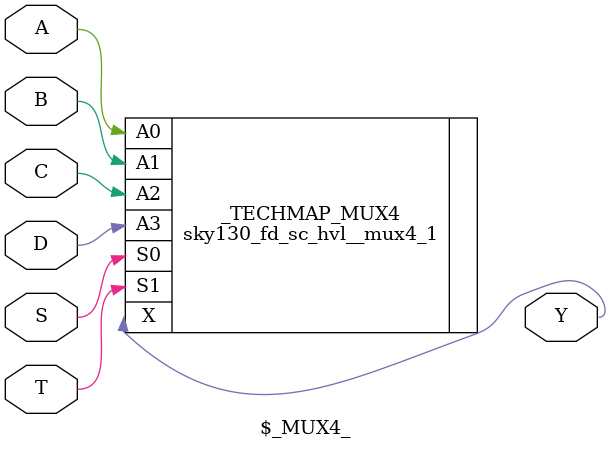
<source format=v>
module \$_MUX4_ (
    output Y,
    input A,
    input B,
    input C,
    input D,
    input S,
    input T
    );
  sky130_fd_sc_hvl__mux4_1 _TECHMAP_MUX4 (
      .X(Y),
      .A0(A),
      .A1(B),
      .A2(C),
      .A3(D),
      .S0(S),
      .S1(T)
  );
endmodule

</source>
